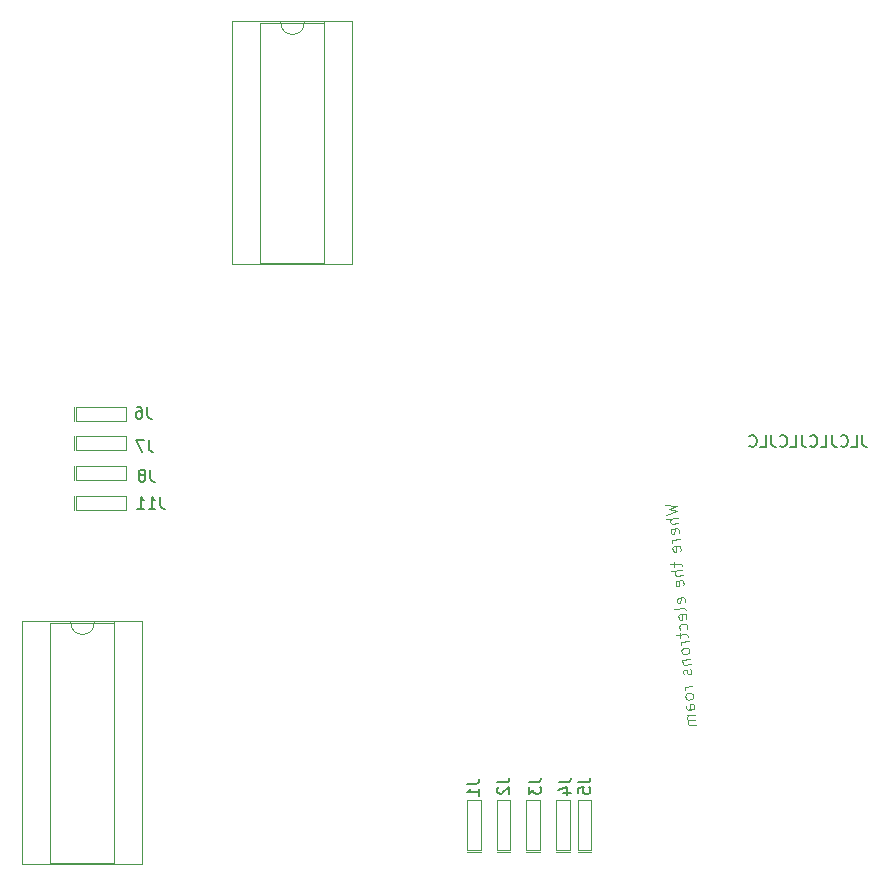
<source format=gbr>
%TF.GenerationSoftware,KiCad,Pcbnew,(7.0.0)*%
%TF.CreationDate,2023-08-04T18:21:46+01:00*%
%TF.ProjectId,DataIOROM,44617461-494f-4524-9f4d-2e6b69636164,rev?*%
%TF.SameCoordinates,Original*%
%TF.FileFunction,Legend,Bot*%
%TF.FilePolarity,Positive*%
%FSLAX46Y46*%
G04 Gerber Fmt 4.6, Leading zero omitted, Abs format (unit mm)*
G04 Created by KiCad (PCBNEW (7.0.0)) date 2023-08-04 18:21:46*
%MOMM*%
%LPD*%
G01*
G04 APERTURE LIST*
%ADD10C,0.150000*%
%ADD11C,0.100000*%
%ADD12C,0.120000*%
G04 APERTURE END LIST*
D10*
X188515048Y-90045380D02*
X188515048Y-90759666D01*
X188515048Y-90759666D02*
X188562667Y-90902523D01*
X188562667Y-90902523D02*
X188657905Y-90997761D01*
X188657905Y-90997761D02*
X188800762Y-91045380D01*
X188800762Y-91045380D02*
X188896000Y-91045380D01*
X187562667Y-91045380D02*
X188038857Y-91045380D01*
X188038857Y-91045380D02*
X188038857Y-90045380D01*
X186657905Y-90950142D02*
X186705524Y-90997761D01*
X186705524Y-90997761D02*
X186848381Y-91045380D01*
X186848381Y-91045380D02*
X186943619Y-91045380D01*
X186943619Y-91045380D02*
X187086476Y-90997761D01*
X187086476Y-90997761D02*
X187181714Y-90902523D01*
X187181714Y-90902523D02*
X187229333Y-90807285D01*
X187229333Y-90807285D02*
X187276952Y-90616809D01*
X187276952Y-90616809D02*
X187276952Y-90473952D01*
X187276952Y-90473952D02*
X187229333Y-90283476D01*
X187229333Y-90283476D02*
X187181714Y-90188238D01*
X187181714Y-90188238D02*
X187086476Y-90093000D01*
X187086476Y-90093000D02*
X186943619Y-90045380D01*
X186943619Y-90045380D02*
X186848381Y-90045380D01*
X186848381Y-90045380D02*
X186705524Y-90093000D01*
X186705524Y-90093000D02*
X186657905Y-90140619D01*
X185943619Y-90045380D02*
X185943619Y-90759666D01*
X185943619Y-90759666D02*
X185991238Y-90902523D01*
X185991238Y-90902523D02*
X186086476Y-90997761D01*
X186086476Y-90997761D02*
X186229333Y-91045380D01*
X186229333Y-91045380D02*
X186324571Y-91045380D01*
X184991238Y-91045380D02*
X185467428Y-91045380D01*
X185467428Y-91045380D02*
X185467428Y-90045380D01*
X184086476Y-90950142D02*
X184134095Y-90997761D01*
X184134095Y-90997761D02*
X184276952Y-91045380D01*
X184276952Y-91045380D02*
X184372190Y-91045380D01*
X184372190Y-91045380D02*
X184515047Y-90997761D01*
X184515047Y-90997761D02*
X184610285Y-90902523D01*
X184610285Y-90902523D02*
X184657904Y-90807285D01*
X184657904Y-90807285D02*
X184705523Y-90616809D01*
X184705523Y-90616809D02*
X184705523Y-90473952D01*
X184705523Y-90473952D02*
X184657904Y-90283476D01*
X184657904Y-90283476D02*
X184610285Y-90188238D01*
X184610285Y-90188238D02*
X184515047Y-90093000D01*
X184515047Y-90093000D02*
X184372190Y-90045380D01*
X184372190Y-90045380D02*
X184276952Y-90045380D01*
X184276952Y-90045380D02*
X184134095Y-90093000D01*
X184134095Y-90093000D02*
X184086476Y-90140619D01*
X183372190Y-90045380D02*
X183372190Y-90759666D01*
X183372190Y-90759666D02*
X183419809Y-90902523D01*
X183419809Y-90902523D02*
X183515047Y-90997761D01*
X183515047Y-90997761D02*
X183657904Y-91045380D01*
X183657904Y-91045380D02*
X183753142Y-91045380D01*
X182419809Y-91045380D02*
X182895999Y-91045380D01*
X182895999Y-91045380D02*
X182895999Y-90045380D01*
X181515047Y-90950142D02*
X181562666Y-90997761D01*
X181562666Y-90997761D02*
X181705523Y-91045380D01*
X181705523Y-91045380D02*
X181800761Y-91045380D01*
X181800761Y-91045380D02*
X181943618Y-90997761D01*
X181943618Y-90997761D02*
X182038856Y-90902523D01*
X182038856Y-90902523D02*
X182086475Y-90807285D01*
X182086475Y-90807285D02*
X182134094Y-90616809D01*
X182134094Y-90616809D02*
X182134094Y-90473952D01*
X182134094Y-90473952D02*
X182086475Y-90283476D01*
X182086475Y-90283476D02*
X182038856Y-90188238D01*
X182038856Y-90188238D02*
X181943618Y-90093000D01*
X181943618Y-90093000D02*
X181800761Y-90045380D01*
X181800761Y-90045380D02*
X181705523Y-90045380D01*
X181705523Y-90045380D02*
X181562666Y-90093000D01*
X181562666Y-90093000D02*
X181515047Y-90140619D01*
X180800761Y-90045380D02*
X180800761Y-90759666D01*
X180800761Y-90759666D02*
X180848380Y-90902523D01*
X180848380Y-90902523D02*
X180943618Y-90997761D01*
X180943618Y-90997761D02*
X181086475Y-91045380D01*
X181086475Y-91045380D02*
X181181713Y-91045380D01*
X179848380Y-91045380D02*
X180324570Y-91045380D01*
X180324570Y-91045380D02*
X180324570Y-90045380D01*
X178943618Y-90950142D02*
X178991237Y-90997761D01*
X178991237Y-90997761D02*
X179134094Y-91045380D01*
X179134094Y-91045380D02*
X179229332Y-91045380D01*
X179229332Y-91045380D02*
X179372189Y-90997761D01*
X179372189Y-90997761D02*
X179467427Y-90902523D01*
X179467427Y-90902523D02*
X179515046Y-90807285D01*
X179515046Y-90807285D02*
X179562665Y-90616809D01*
X179562665Y-90616809D02*
X179562665Y-90473952D01*
X179562665Y-90473952D02*
X179515046Y-90283476D01*
X179515046Y-90283476D02*
X179467427Y-90188238D01*
X179467427Y-90188238D02*
X179372189Y-90093000D01*
X179372189Y-90093000D02*
X179229332Y-90045380D01*
X179229332Y-90045380D02*
X179134094Y-90045380D01*
X179134094Y-90045380D02*
X178991237Y-90093000D01*
X178991237Y-90093000D02*
X178943618Y-90140619D01*
D11*
X171774373Y-95926466D02*
X172791319Y-96076500D01*
X172791319Y-96076500D02*
X172096353Y-96328505D01*
X172096353Y-96328505D02*
X172824522Y-96456002D01*
X172824522Y-96456002D02*
X171849078Y-96780347D01*
X172878475Y-97072694D02*
X171882280Y-97159850D01*
X172915828Y-97499635D02*
X172394011Y-97545288D01*
X172394011Y-97545288D02*
X172294985Y-97506150D01*
X172294985Y-97506150D02*
X172239247Y-97415425D01*
X172239247Y-97415425D02*
X172226796Y-97273111D01*
X172226796Y-97273111D02*
X172265933Y-97174086D01*
X172265933Y-97174086D02*
X172309221Y-97122497D01*
X172943095Y-98357666D02*
X172982232Y-98258640D01*
X172982232Y-98258640D02*
X172965631Y-98068889D01*
X172965631Y-98068889D02*
X172909893Y-97978163D01*
X172909893Y-97978163D02*
X172810867Y-97939026D01*
X172810867Y-97939026D02*
X172431364Y-97972228D01*
X172431364Y-97972228D02*
X172340638Y-98027967D01*
X172340638Y-98027967D02*
X172301501Y-98126993D01*
X172301501Y-98126993D02*
X172318102Y-98316744D01*
X172318102Y-98316744D02*
X172373841Y-98407470D01*
X172373841Y-98407470D02*
X172472867Y-98446607D01*
X172472867Y-98446607D02*
X172567742Y-98438306D01*
X172567742Y-98438306D02*
X172621115Y-97955627D01*
X173032035Y-98827895D02*
X172367905Y-98885998D01*
X172557657Y-98869397D02*
X172466931Y-98925136D01*
X172466931Y-98925136D02*
X172423644Y-98976724D01*
X172423644Y-98976724D02*
X172384507Y-99075750D01*
X172384507Y-99075750D02*
X172392807Y-99170625D01*
X173071753Y-99828240D02*
X173110891Y-99729214D01*
X173110891Y-99729214D02*
X173094289Y-99539463D01*
X173094289Y-99539463D02*
X173038551Y-99448737D01*
X173038551Y-99448737D02*
X172939525Y-99409600D01*
X172939525Y-99409600D02*
X172560022Y-99442802D01*
X172560022Y-99442802D02*
X172469297Y-99498540D01*
X172469297Y-99498540D02*
X172430160Y-99597566D01*
X172430160Y-99597566D02*
X172446761Y-99787318D01*
X172446761Y-99787318D02*
X172502499Y-99878043D01*
X172502499Y-99878043D02*
X172601525Y-99917180D01*
X172601525Y-99917180D02*
X172696401Y-99908880D01*
X172696401Y-99908880D02*
X172749774Y-99426201D01*
X172536407Y-100811975D02*
X172569609Y-101191478D01*
X172216793Y-100983341D02*
X173070674Y-100908636D01*
X173070674Y-100908636D02*
X173169700Y-100947773D01*
X173169700Y-100947773D02*
X173225438Y-101038499D01*
X173225438Y-101038499D02*
X173233739Y-101133374D01*
X173262791Y-101465440D02*
X172266596Y-101552595D01*
X173300143Y-101892380D02*
X172778327Y-101938033D01*
X172778327Y-101938033D02*
X172679301Y-101898896D01*
X172679301Y-101898896D02*
X172623562Y-101808170D01*
X172623562Y-101808170D02*
X172611112Y-101665857D01*
X172611112Y-101665857D02*
X172650249Y-101566831D01*
X172650249Y-101566831D02*
X172693536Y-101515243D01*
X173327410Y-102750412D02*
X173366547Y-102651386D01*
X173366547Y-102651386D02*
X173349946Y-102461634D01*
X173349946Y-102461634D02*
X173294208Y-102370909D01*
X173294208Y-102370909D02*
X173195182Y-102331772D01*
X173195182Y-102331772D02*
X172815679Y-102364974D01*
X172815679Y-102364974D02*
X172724954Y-102420712D01*
X172724954Y-102420712D02*
X172685817Y-102519738D01*
X172685817Y-102519738D02*
X172702418Y-102709490D01*
X172702418Y-102709490D02*
X172758156Y-102800215D01*
X172758156Y-102800215D02*
X172857182Y-102839352D01*
X172857182Y-102839352D02*
X172952058Y-102831052D01*
X172952058Y-102831052D02*
X173005431Y-102348373D01*
X173454408Y-104202010D02*
X173493546Y-104102984D01*
X173493546Y-104102984D02*
X173476945Y-103913232D01*
X173476945Y-103913232D02*
X173421206Y-103822507D01*
X173421206Y-103822507D02*
X173322180Y-103783370D01*
X173322180Y-103783370D02*
X172942678Y-103816572D01*
X172942678Y-103816572D02*
X172851952Y-103872310D01*
X172851952Y-103872310D02*
X172812815Y-103971336D01*
X172812815Y-103971336D02*
X172829416Y-104161088D01*
X172829416Y-104161088D02*
X172885154Y-104251813D01*
X172885154Y-104251813D02*
X172984180Y-104290950D01*
X172984180Y-104290950D02*
X173079056Y-104282650D01*
X173079056Y-104282650D02*
X173132429Y-103799971D01*
X173555800Y-104814552D02*
X173500062Y-104723826D01*
X173500062Y-104723826D02*
X173401036Y-104684689D01*
X173401036Y-104684689D02*
X172547154Y-104759394D01*
X173574766Y-105577708D02*
X173613904Y-105478682D01*
X173613904Y-105478682D02*
X173597303Y-105288931D01*
X173597303Y-105288931D02*
X173541564Y-105198205D01*
X173541564Y-105198205D02*
X173442538Y-105159068D01*
X173442538Y-105159068D02*
X173063036Y-105192270D01*
X173063036Y-105192270D02*
X172972310Y-105248008D01*
X172972310Y-105248008D02*
X172933173Y-105347034D01*
X172933173Y-105347034D02*
X172949774Y-105536786D01*
X172949774Y-105536786D02*
X173005512Y-105627511D01*
X173005512Y-105627511D02*
X173104538Y-105666648D01*
X173104538Y-105666648D02*
X173199414Y-105658348D01*
X173199414Y-105658348D02*
X173252787Y-105175669D01*
X173653622Y-106479027D02*
X173692759Y-106380001D01*
X173692759Y-106380001D02*
X173676158Y-106190250D01*
X173676158Y-106190250D02*
X173620420Y-106099524D01*
X173620420Y-106099524D02*
X173568831Y-106056237D01*
X173568831Y-106056237D02*
X173469805Y-106017099D01*
X173469805Y-106017099D02*
X173185178Y-106042001D01*
X173185178Y-106042001D02*
X173094453Y-106097739D01*
X173094453Y-106097739D02*
X173051165Y-106149328D01*
X173051165Y-106149328D02*
X173012028Y-106248353D01*
X173012028Y-106248353D02*
X173028629Y-106438105D01*
X173028629Y-106438105D02*
X173084368Y-106528830D01*
X173061831Y-106817608D02*
X173095034Y-107197110D01*
X172742217Y-106988973D02*
X173596098Y-106914268D01*
X173596098Y-106914268D02*
X173695124Y-106953406D01*
X173695124Y-106953406D02*
X173750863Y-107044131D01*
X173750863Y-107044131D02*
X173759163Y-107139007D01*
X173788215Y-107471072D02*
X173124086Y-107529176D01*
X173313837Y-107512575D02*
X173223111Y-107568313D01*
X173223111Y-107568313D02*
X173179824Y-107619901D01*
X173179824Y-107619901D02*
X173140687Y-107718927D01*
X173140687Y-107718927D02*
X173148987Y-107813803D01*
X173854620Y-108230078D02*
X173798881Y-108139352D01*
X173798881Y-108139352D02*
X173747293Y-108096065D01*
X173747293Y-108096065D02*
X173648267Y-108056928D01*
X173648267Y-108056928D02*
X173363640Y-108081829D01*
X173363640Y-108081829D02*
X173272915Y-108137568D01*
X173272915Y-108137568D02*
X173229627Y-108189156D01*
X173229627Y-108189156D02*
X173190490Y-108288182D01*
X173190490Y-108288182D02*
X173202941Y-108430495D01*
X173202941Y-108430495D02*
X173258679Y-108521221D01*
X173258679Y-108521221D02*
X173310267Y-108564508D01*
X173310267Y-108564508D02*
X173409293Y-108603645D01*
X173409293Y-108603645D02*
X173693920Y-108578744D01*
X173693920Y-108578744D02*
X173784646Y-108523005D01*
X173784646Y-108523005D02*
X173827933Y-108471417D01*
X173827933Y-108471417D02*
X173867071Y-108372391D01*
X173867071Y-108372391D02*
X173854620Y-108230078D01*
X173256894Y-109047187D02*
X173921024Y-108989083D01*
X173351770Y-109038887D02*
X173308482Y-109090475D01*
X173308482Y-109090475D02*
X173269345Y-109189501D01*
X173269345Y-109189501D02*
X173281796Y-109331814D01*
X173281796Y-109331814D02*
X173337534Y-109422540D01*
X173337534Y-109422540D02*
X173436560Y-109461677D01*
X173436560Y-109461677D02*
X173958377Y-109416024D01*
X173948291Y-109847115D02*
X174004030Y-109937840D01*
X174004030Y-109937840D02*
X174020631Y-110127592D01*
X174020631Y-110127592D02*
X173981493Y-110226618D01*
X173981493Y-110226618D02*
X173890768Y-110282356D01*
X173890768Y-110282356D02*
X173843330Y-110286506D01*
X173843330Y-110286506D02*
X173744304Y-110247369D01*
X173744304Y-110247369D02*
X173688566Y-110156644D01*
X173688566Y-110156644D02*
X173676115Y-110014330D01*
X173676115Y-110014330D02*
X173620377Y-109923605D01*
X173620377Y-109923605D02*
X173521351Y-109884467D01*
X173521351Y-109884467D02*
X173473913Y-109888618D01*
X173473913Y-109888618D02*
X173383187Y-109944356D01*
X173383187Y-109944356D02*
X173344050Y-110043382D01*
X173344050Y-110043382D02*
X173356501Y-110185696D01*
X173356501Y-110185696D02*
X173412239Y-110276421D01*
X174122727Y-111294563D02*
X173458598Y-111352667D01*
X173648349Y-111336066D02*
X173557624Y-111391804D01*
X173557624Y-111391804D02*
X173514336Y-111443392D01*
X173514336Y-111443392D02*
X173475199Y-111542418D01*
X173475199Y-111542418D02*
X173483499Y-111637294D01*
X174189132Y-112053569D02*
X174133393Y-111962843D01*
X174133393Y-111962843D02*
X174081805Y-111919556D01*
X174081805Y-111919556D02*
X173982779Y-111880418D01*
X173982779Y-111880418D02*
X173698152Y-111905320D01*
X173698152Y-111905320D02*
X173607427Y-111961058D01*
X173607427Y-111961058D02*
X173564139Y-112012647D01*
X173564139Y-112012647D02*
X173525002Y-112111673D01*
X173525002Y-112111673D02*
X173537453Y-112253986D01*
X173537453Y-112253986D02*
X173593191Y-112344712D01*
X173593191Y-112344712D02*
X173644779Y-112387999D01*
X173644779Y-112387999D02*
X173743805Y-112427136D01*
X173743805Y-112427136D02*
X174028432Y-112402235D01*
X174028432Y-112402235D02*
X174119158Y-112346496D01*
X174119158Y-112346496D02*
X174162445Y-112294908D01*
X174162445Y-112294908D02*
X174201583Y-112195882D01*
X174201583Y-112195882D02*
X174189132Y-112053569D01*
X174292889Y-113239515D02*
X173771072Y-113285168D01*
X173771072Y-113285168D02*
X173672046Y-113246031D01*
X173672046Y-113246031D02*
X173616308Y-113155305D01*
X173616308Y-113155305D02*
X173599707Y-112965554D01*
X173599707Y-112965554D02*
X173638844Y-112866528D01*
X174245451Y-113243665D02*
X174284588Y-113144639D01*
X174284588Y-113144639D02*
X174263837Y-112907450D01*
X174263837Y-112907450D02*
X174208098Y-112816725D01*
X174208098Y-112816725D02*
X174109072Y-112777587D01*
X174109072Y-112777587D02*
X174014197Y-112785888D01*
X174014197Y-112785888D02*
X173923471Y-112841626D01*
X173923471Y-112841626D02*
X173884334Y-112940652D01*
X173884334Y-112940652D02*
X173905085Y-113177841D01*
X173905085Y-113177841D02*
X173865948Y-113276867D01*
X174334391Y-113713893D02*
X173670262Y-113771997D01*
X173765137Y-113763697D02*
X173721850Y-113815285D01*
X173721850Y-113815285D02*
X173682712Y-113914311D01*
X173682712Y-113914311D02*
X173695163Y-114056624D01*
X173695163Y-114056624D02*
X173750902Y-114147350D01*
X173750902Y-114147350D02*
X173849928Y-114186487D01*
X173849928Y-114186487D02*
X174371744Y-114140834D01*
X173849928Y-114186487D02*
X173759202Y-114242225D01*
X173759202Y-114242225D02*
X173720065Y-114341251D01*
X173720065Y-114341251D02*
X173732516Y-114483565D01*
X173732516Y-114483565D02*
X173788254Y-114574290D01*
X173788254Y-114574290D02*
X173887280Y-114613428D01*
X173887280Y-114613428D02*
X174409096Y-114567775D01*
D10*
%TO.C,J3*%
X160276380Y-119427666D02*
X160990666Y-119427666D01*
X160990666Y-119427666D02*
X161133523Y-119380047D01*
X161133523Y-119380047D02*
X161228761Y-119284809D01*
X161228761Y-119284809D02*
X161276380Y-119141952D01*
X161276380Y-119141952D02*
X161276380Y-119046714D01*
X160276380Y-119808619D02*
X160276380Y-120427666D01*
X160276380Y-120427666D02*
X160657333Y-120094333D01*
X160657333Y-120094333D02*
X160657333Y-120237190D01*
X160657333Y-120237190D02*
X160704952Y-120332428D01*
X160704952Y-120332428D02*
X160752571Y-120380047D01*
X160752571Y-120380047D02*
X160847809Y-120427666D01*
X160847809Y-120427666D02*
X161085904Y-120427666D01*
X161085904Y-120427666D02*
X161181142Y-120380047D01*
X161181142Y-120380047D02*
X161228761Y-120332428D01*
X161228761Y-120332428D02*
X161276380Y-120237190D01*
X161276380Y-120237190D02*
X161276380Y-119951476D01*
X161276380Y-119951476D02*
X161228761Y-119856238D01*
X161228761Y-119856238D02*
X161181142Y-119808619D01*
%TO.C,J2*%
X157609380Y-119427666D02*
X158323666Y-119427666D01*
X158323666Y-119427666D02*
X158466523Y-119380047D01*
X158466523Y-119380047D02*
X158561761Y-119284809D01*
X158561761Y-119284809D02*
X158609380Y-119141952D01*
X158609380Y-119141952D02*
X158609380Y-119046714D01*
X157704619Y-119856238D02*
X157657000Y-119903857D01*
X157657000Y-119903857D02*
X157609380Y-119999095D01*
X157609380Y-119999095D02*
X157609380Y-120237190D01*
X157609380Y-120237190D02*
X157657000Y-120332428D01*
X157657000Y-120332428D02*
X157704619Y-120380047D01*
X157704619Y-120380047D02*
X157799857Y-120427666D01*
X157799857Y-120427666D02*
X157895095Y-120427666D01*
X157895095Y-120427666D02*
X158037952Y-120380047D01*
X158037952Y-120380047D02*
X158609380Y-119808619D01*
X158609380Y-119808619D02*
X158609380Y-120427666D01*
%TO.C,J11*%
X129079523Y-95252380D02*
X129079523Y-95966666D01*
X129079523Y-95966666D02*
X129127142Y-96109523D01*
X129127142Y-96109523D02*
X129222380Y-96204761D01*
X129222380Y-96204761D02*
X129365237Y-96252380D01*
X129365237Y-96252380D02*
X129460475Y-96252380D01*
X128079523Y-96252380D02*
X128650951Y-96252380D01*
X128365237Y-96252380D02*
X128365237Y-95252380D01*
X128365237Y-95252380D02*
X128460475Y-95395238D01*
X128460475Y-95395238D02*
X128555713Y-95490476D01*
X128555713Y-95490476D02*
X128650951Y-95538095D01*
X127127142Y-96252380D02*
X127698570Y-96252380D01*
X127412856Y-96252380D02*
X127412856Y-95252380D01*
X127412856Y-95252380D02*
X127508094Y-95395238D01*
X127508094Y-95395238D02*
X127603332Y-95490476D01*
X127603332Y-95490476D02*
X127698570Y-95538095D01*
%TO.C,J1*%
X155069380Y-119554666D02*
X155783666Y-119554666D01*
X155783666Y-119554666D02*
X155926523Y-119507047D01*
X155926523Y-119507047D02*
X156021761Y-119411809D01*
X156021761Y-119411809D02*
X156069380Y-119268952D01*
X156069380Y-119268952D02*
X156069380Y-119173714D01*
X156069380Y-120554666D02*
X156069380Y-119983238D01*
X156069380Y-120268952D02*
X155069380Y-120268952D01*
X155069380Y-120268952D02*
X155212238Y-120173714D01*
X155212238Y-120173714D02*
X155307476Y-120078476D01*
X155307476Y-120078476D02*
X155355095Y-119983238D01*
%TO.C,J7*%
X128095333Y-90426380D02*
X128095333Y-91140666D01*
X128095333Y-91140666D02*
X128142952Y-91283523D01*
X128142952Y-91283523D02*
X128238190Y-91378761D01*
X128238190Y-91378761D02*
X128381047Y-91426380D01*
X128381047Y-91426380D02*
X128476285Y-91426380D01*
X127714380Y-90426380D02*
X127047714Y-90426380D01*
X127047714Y-90426380D02*
X127476285Y-91426380D01*
%TO.C,J8*%
X128222333Y-92966380D02*
X128222333Y-93680666D01*
X128222333Y-93680666D02*
X128269952Y-93823523D01*
X128269952Y-93823523D02*
X128365190Y-93918761D01*
X128365190Y-93918761D02*
X128508047Y-93966380D01*
X128508047Y-93966380D02*
X128603285Y-93966380D01*
X127603285Y-93394952D02*
X127698523Y-93347333D01*
X127698523Y-93347333D02*
X127746142Y-93299714D01*
X127746142Y-93299714D02*
X127793761Y-93204476D01*
X127793761Y-93204476D02*
X127793761Y-93156857D01*
X127793761Y-93156857D02*
X127746142Y-93061619D01*
X127746142Y-93061619D02*
X127698523Y-93014000D01*
X127698523Y-93014000D02*
X127603285Y-92966380D01*
X127603285Y-92966380D02*
X127412809Y-92966380D01*
X127412809Y-92966380D02*
X127317571Y-93014000D01*
X127317571Y-93014000D02*
X127269952Y-93061619D01*
X127269952Y-93061619D02*
X127222333Y-93156857D01*
X127222333Y-93156857D02*
X127222333Y-93204476D01*
X127222333Y-93204476D02*
X127269952Y-93299714D01*
X127269952Y-93299714D02*
X127317571Y-93347333D01*
X127317571Y-93347333D02*
X127412809Y-93394952D01*
X127412809Y-93394952D02*
X127603285Y-93394952D01*
X127603285Y-93394952D02*
X127698523Y-93442571D01*
X127698523Y-93442571D02*
X127746142Y-93490190D01*
X127746142Y-93490190D02*
X127793761Y-93585428D01*
X127793761Y-93585428D02*
X127793761Y-93775904D01*
X127793761Y-93775904D02*
X127746142Y-93871142D01*
X127746142Y-93871142D02*
X127698523Y-93918761D01*
X127698523Y-93918761D02*
X127603285Y-93966380D01*
X127603285Y-93966380D02*
X127412809Y-93966380D01*
X127412809Y-93966380D02*
X127317571Y-93918761D01*
X127317571Y-93918761D02*
X127269952Y-93871142D01*
X127269952Y-93871142D02*
X127222333Y-93775904D01*
X127222333Y-93775904D02*
X127222333Y-93585428D01*
X127222333Y-93585428D02*
X127269952Y-93490190D01*
X127269952Y-93490190D02*
X127317571Y-93442571D01*
X127317571Y-93442571D02*
X127412809Y-93394952D01*
%TO.C,J6*%
X127968333Y-87632380D02*
X127968333Y-88346666D01*
X127968333Y-88346666D02*
X128015952Y-88489523D01*
X128015952Y-88489523D02*
X128111190Y-88584761D01*
X128111190Y-88584761D02*
X128254047Y-88632380D01*
X128254047Y-88632380D02*
X128349285Y-88632380D01*
X127063571Y-87632380D02*
X127254047Y-87632380D01*
X127254047Y-87632380D02*
X127349285Y-87680000D01*
X127349285Y-87680000D02*
X127396904Y-87727619D01*
X127396904Y-87727619D02*
X127492142Y-87870476D01*
X127492142Y-87870476D02*
X127539761Y-88060952D01*
X127539761Y-88060952D02*
X127539761Y-88441904D01*
X127539761Y-88441904D02*
X127492142Y-88537142D01*
X127492142Y-88537142D02*
X127444523Y-88584761D01*
X127444523Y-88584761D02*
X127349285Y-88632380D01*
X127349285Y-88632380D02*
X127158809Y-88632380D01*
X127158809Y-88632380D02*
X127063571Y-88584761D01*
X127063571Y-88584761D02*
X127015952Y-88537142D01*
X127015952Y-88537142D02*
X126968333Y-88441904D01*
X126968333Y-88441904D02*
X126968333Y-88203809D01*
X126968333Y-88203809D02*
X127015952Y-88108571D01*
X127015952Y-88108571D02*
X127063571Y-88060952D01*
X127063571Y-88060952D02*
X127158809Y-88013333D01*
X127158809Y-88013333D02*
X127349285Y-88013333D01*
X127349285Y-88013333D02*
X127444523Y-88060952D01*
X127444523Y-88060952D02*
X127492142Y-88108571D01*
X127492142Y-88108571D02*
X127539761Y-88203809D01*
%TO.C,J5*%
X164467380Y-119427666D02*
X165181666Y-119427666D01*
X165181666Y-119427666D02*
X165324523Y-119380047D01*
X165324523Y-119380047D02*
X165419761Y-119284809D01*
X165419761Y-119284809D02*
X165467380Y-119141952D01*
X165467380Y-119141952D02*
X165467380Y-119046714D01*
X164467380Y-120380047D02*
X164467380Y-119903857D01*
X164467380Y-119903857D02*
X164943571Y-119856238D01*
X164943571Y-119856238D02*
X164895952Y-119903857D01*
X164895952Y-119903857D02*
X164848333Y-119999095D01*
X164848333Y-119999095D02*
X164848333Y-120237190D01*
X164848333Y-120237190D02*
X164895952Y-120332428D01*
X164895952Y-120332428D02*
X164943571Y-120380047D01*
X164943571Y-120380047D02*
X165038809Y-120427666D01*
X165038809Y-120427666D02*
X165276904Y-120427666D01*
X165276904Y-120427666D02*
X165372142Y-120380047D01*
X165372142Y-120380047D02*
X165419761Y-120332428D01*
X165419761Y-120332428D02*
X165467380Y-120237190D01*
X165467380Y-120237190D02*
X165467380Y-119999095D01*
X165467380Y-119999095D02*
X165419761Y-119903857D01*
X165419761Y-119903857D02*
X165372142Y-119856238D01*
%TO.C,J4*%
X162816380Y-119427666D02*
X163530666Y-119427666D01*
X163530666Y-119427666D02*
X163673523Y-119380047D01*
X163673523Y-119380047D02*
X163768761Y-119284809D01*
X163768761Y-119284809D02*
X163816380Y-119141952D01*
X163816380Y-119141952D02*
X163816380Y-119046714D01*
X163149714Y-120332428D02*
X163816380Y-120332428D01*
X162768761Y-120094333D02*
X163483047Y-119856238D01*
X163483047Y-119856238D02*
X163483047Y-120475285D01*
D12*
%TO.C,U18*%
X117345800Y-105788000D02*
X117345800Y-126365000D01*
X117345800Y-126365000D02*
X127545800Y-126365000D01*
X119765800Y-105965000D02*
X119765800Y-126365000D01*
X119765800Y-126238000D02*
X125132800Y-126238000D01*
X125132800Y-105918000D02*
X119799801Y-105918000D01*
X125175800Y-126365000D02*
X125175800Y-105838000D01*
X127545800Y-105788000D02*
X117345800Y-105788000D01*
X127555800Y-126365000D02*
X127555800Y-105798000D01*
X121481798Y-105918000D02*
G75*
G03*
X123481800Y-105918000I1000001J0D01*
G01*
%TO.C,U7*%
X135125800Y-54988000D02*
X135125800Y-75565000D01*
X135125800Y-75565000D02*
X145325800Y-75565000D01*
X137545800Y-55165000D02*
X137545800Y-75565000D01*
X137545800Y-75438000D02*
X142912800Y-75438000D01*
X142912800Y-55118000D02*
X137579801Y-55118000D01*
X142955800Y-75565000D02*
X142955800Y-55038000D01*
X145325800Y-54988000D02*
X135125800Y-54988000D01*
X145335800Y-75565000D02*
X145335800Y-54998000D01*
X139261798Y-55118000D02*
G75*
G03*
X141261800Y-55118000I1000001J0D01*
G01*
%TO.C,J3*%
X160041600Y-120929300D02*
X160041600Y-125171100D01*
X161210000Y-120929300D02*
X160041600Y-120929300D01*
X160041600Y-125171100D02*
X161210000Y-125171100D01*
X161210000Y-125171100D02*
X161210000Y-120929300D01*
X160041600Y-125348900D02*
X161210000Y-125348900D01*
%TO.C,J2*%
X157531600Y-120929300D02*
X157531600Y-125171100D01*
X158700000Y-120929300D02*
X157531600Y-120929300D01*
X157531600Y-125171100D02*
X158700000Y-125171100D01*
X158700000Y-125171100D02*
X158700000Y-120929300D01*
X157531600Y-125348900D02*
X158700000Y-125348900D01*
%TO.C,J11*%
X126199500Y-95173800D02*
X121957700Y-95173800D01*
X126199500Y-96342200D02*
X126199500Y-95173800D01*
X121957700Y-95173800D02*
X121957700Y-96342200D01*
X121957700Y-96342200D02*
X126199500Y-96342200D01*
X121779900Y-95173800D02*
X121779900Y-96342200D01*
%TO.C,J1*%
X155021600Y-120929300D02*
X155021600Y-125171100D01*
X156190000Y-120929300D02*
X155021600Y-120929300D01*
X155021600Y-125171100D02*
X156190000Y-125171100D01*
X156190000Y-125171100D02*
X156190000Y-120929300D01*
X155021600Y-125348900D02*
X156190000Y-125348900D01*
%TO.C,J7*%
X126199500Y-90153800D02*
X121957700Y-90153800D01*
X126199500Y-91322200D02*
X126199500Y-90153800D01*
X121957700Y-90153800D02*
X121957700Y-91322200D01*
X121957700Y-91322200D02*
X126199500Y-91322200D01*
X121779900Y-90153800D02*
X121779900Y-91322200D01*
%TO.C,J8*%
X126199500Y-92663800D02*
X121957700Y-92663800D01*
X126199500Y-93832200D02*
X126199500Y-92663800D01*
X121957700Y-92663800D02*
X121957700Y-93832200D01*
X121957700Y-93832200D02*
X126199500Y-93832200D01*
X121779900Y-92663800D02*
X121779900Y-93832200D01*
%TO.C,J6*%
X126199500Y-87643800D02*
X121957700Y-87643800D01*
X126199500Y-88812200D02*
X126199500Y-87643800D01*
X121957700Y-87643800D02*
X121957700Y-88812200D01*
X121957700Y-88812200D02*
X126199500Y-88812200D01*
X121779900Y-87643800D02*
X121779900Y-88812200D01*
%TO.C,J5*%
X164388800Y-120929300D02*
X164388800Y-125171100D01*
X165557200Y-120929300D02*
X164388800Y-120929300D01*
X164388800Y-125171100D02*
X165557200Y-125171100D01*
X165557200Y-125171100D02*
X165557200Y-120929300D01*
X164388800Y-125348900D02*
X165557200Y-125348900D01*
%TO.C,J4*%
X162551600Y-120929300D02*
X162551600Y-125171100D01*
X163720000Y-120929300D02*
X162551600Y-120929300D01*
X162551600Y-125171100D02*
X163720000Y-125171100D01*
X163720000Y-125171100D02*
X163720000Y-120929300D01*
X162551600Y-125348900D02*
X163720000Y-125348900D01*
%TD*%
M02*

</source>
